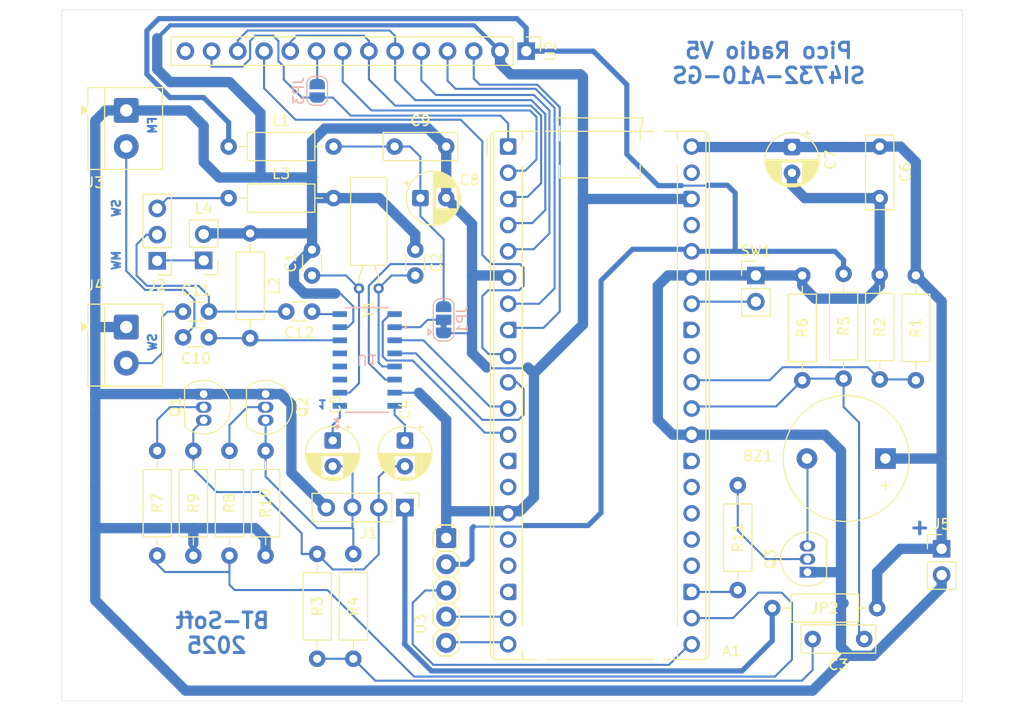
<source format=kicad_pcb>
(kicad_pcb (version 20241229) (generator "pcbnew") (generator_version "9.0")
  (title_block (title "Pico Radio 5"))
  (layers (0 "F.Cu" signal) (2 "B.Cu" signal) (13 "F.Paste" user) (15 "B.Paste" user) (5 "F.SilkS" user "F.Silkscreen") (7 "B.SilkS" user "B.Silkscreen") (1 "F.Mask" user) (3 "B.Mask" user) (25 "Edge.Cuts" user))
  (net 0 "")
  (net 1 "+3.3V")
  (net 2 "/DC")
  (net 3 "GND")
  (net 4 "+Vsys")
  (net 8 "/CS")
  (net 11 "/T_CS")
  (net 12 "ROT_SW")
  (net 14 "AD_FFT_AUDIO")
  (net 15 "Net-(A1-GPIO27_ADC1)")
  (net 16 "BUZZER")
  (net 17 "/RST")
  (net 18 "+Vbus")
  (net 19 "/SDI")
  (net 21 "/SCK")
  (net 22 "AUDIO_MUTE")
  (net 23 "Net-(A1-RUN)")
  (net 27 "ROT_DT")
  (net 28 "ROT_CLK")
  (net 29 "Net-(U1-GPO3{slash}DCLK)")
  (net 30 "Net-(U1-RCLK)")
  (net 31 "Net-(C3-Pad1)")
  (net 32 "Net-(U1-ROUT{slash}DOUT)")
  (net 33 "AUDIO_R")
  (net 34 "Net-(U1-LOUT{slash}DFS)")
  (net 35 "AUDIO_L")
  (net 36 "Net-(Q1-B)")
  (net 37 "Net-(Q2-B)")
  (net 39 "Net-(J3-Pin_2)")
  (net 43 "/SDO")
  (net 44 "Net-(U1-FMI)")
  (net 45 "Net-(J2-Pin_2)")
  (net 46 "Net-(J4-Pin_2)")
  (net 47 "Net-(U1-AMI)")
  (net 48 "Net-(J2-Pin_1)")
  (net 49 "Net-(J2-Pin_3)")
  (net 51 "Net-(JP1-C)")
  (net 52 "/Si_RST")
  (net 53 "/Si_SDA")
  (net 54 "/Si_SCL")
  (net 55 "Net-(JP1-B)")
  (net 56 "/LED")
  (net 58 "unconnected-(A1-GPIO22-Pad25)")
  (net 59 "Net-(J1-Pin_1)")
  (net 60 "Net-(BZ1--)")
  (net 61 "Net-(Q3-B)")
  (net 62 "Net-(JP3-A)")
  (footprint "MountingHole:MountingHole_3.2mm_M3" (layer "F.Cu") (at 32.25 43.75)
    (property "Reference" "REF**" (hide yes))
    (property "Value" "MountingHole_3.2mm_M3")
  )
  (footprint "Package_TO_SOT_THT:TO-92_Inline" (layer "F.Cu") (at 101 94.77 90)
    (property "Reference" "Q3")
    (property "Value" "PN2222A")
  )
  (footprint "Resistor_THT:R_Axial_DIN0207_L6.3mm_D2.5mm_P10.16mm_Horizontal" (layer "F.Cu") (at 55.08 53.5 180)
    (property "Reference" "L1")
    (property "Value" "220uH")
  )
  (footprint "Capacitor_THT:C_Disc_D7.0mm_W2.5mm_P5.00mm" (layer "F.Cu") (at 66 53.5 180)
    (property "Reference" "C9")
    (property "Value" "100nF")
  )
  (footprint "Capacitor_THT:CP_Radial_D5.0mm_P2.50mm" (layer "F.Cu") (at 63.5 58.5)
    (property "Reference" "C8")
    (property "Value" "4.7uF")
  )
  (footprint "Connector_PinHeader_2.54mm:PinHeader_1x02_P2.54mm_Vertical" (layer "F.Cu") (at 96 66)
    (property "Reference" "SW1")
    (property "Value" "Reset")
  )
  (footprint "Connector_PinHeader_2.54mm:PinHeader_1x03_P2.54mm_Vertical" (layer "F.Cu") (at 38 64.58 180)
    (property "Reference" "J2")
    (property "Value" "MW/SW antenna")
  )
  (footprint "Resistor_THT:R_Axial_DIN0207_L6.3mm_D2.5mm_P10.16mm_Horizontal" (layer "F.Cu") (at 53.5 93 -90)
    (property "Reference" "R3")
    (property "Value" "22k")
  )
  (footprint "Capacitor_THT:CP_Radial_D5.0mm_P2.50mm" (layer "F.Cu") (at 99.5 53.544888 -90)
    (property "Reference" "C7")
    (property "Value" "4.7uF")
  )
  (footprint "Resistor_THT:R_Axial_DIN0207_L6.3mm_D2.5mm_P10.16mm_Horizontal" (layer "F.Cu") (at 47 61.92 -90)
    (property "Reference" "L2")
    (property "Value" "220uH")
  )
  (footprint "Resistor_THT:R_Axial_DIN0207_L6.3mm_D2.5mm_P10.16mm_Horizontal" (layer "F.Cu") (at 57 93 -90)
    (property "Reference" "R4")
    (property "Value" "22k")
  )
  (footprint "Resistor_THT:R_Axial_DIN0207_L6.3mm_D2.5mm_P10.16mm_Horizontal" (layer "F.Cu") (at 97.59 98.25)
    (property "Reference" "JP2")
    (property "Value" "NYÁK átkötés")
  )
  (footprint "Resistor_THT:R_Axial_DIN0207_L6.3mm_D2.5mm_P10.16mm_Horizontal" (layer "F.Cu") (at 38 93.16 90)
    (property "Reference" "R7")
    (property "Value" "4.7k")
  )
  (footprint "Capacitor_THT:C_Disc_D3.0mm_W1.6mm_P2.50mm" (layer "F.Cu") (at 63 63.5 -90)
    (property "Reference" "C2")
    (property "Value" "22pF")
  )
  (footprint "Resistor_THT:R_Axial_DIN0207_L6.3mm_D2.5mm_P10.16mm_Horizontal" (layer "F.Cu") (at 48.5 93.16 90)
    (property "Reference" "R10")
    (property "Value" "4.7k")
  )
  (footprint "Capacitor_THT:C_Disc_D7.0mm_W2.5mm_P5.00mm" (layer "F.Cu") (at 108 53.5 -90)
    (property "Reference" "C6")
    (property "Value" "100nF")
  )
  (footprint "MountingHole:MountingHole_3.2mm_M3" (layer "F.Cu") (at 112.5 43.75)
    (property "Reference" "REF**" (hide yes))
    (property "Value" "MountingHole_3.2mm_M3")
  )
  (footprint "Connector_PinHeader_2.54mm:PinHeader_1x14_P2.54mm_Vertical" (layer "F.Cu") (at 73.75 44.25 -90)
    (property "Reference" "U2")
    (property "Value" "TFT_320x240")
  )
  (footprint "TerminalBlock_4Ucon:TerminalBlock_4Ucon_1x02_P3.50mm_Horizontal" (layer "F.Cu") (at 35 50 -90)
    (property "Reference" "J3")
    (property "Value" "FM antenna")
  )
  (footprint "Resistor_THT:R_Axial_DIN0207_L6.3mm_D2.5mm_P10.16mm_Horizontal" (layer "F.Cu") (at 94.25 96.5 90)
    (property "Reference" "R11")
    (property "Value" "4.7k")
  )
  (footprint "Resistor_THT:R_Axial_DIN0207_L6.3mm_D2.5mm_P10.16mm_Horizontal" (layer "F.Cu") (at 41.5 93.16 90)
    (property "Reference" "R9")
    (property "Value" "4.7k")
  )
  (footprint "Package_TO_SOT_THT:TO-92_Inline" (layer "F.Cu") (at 42.5 77.5 -90)
    (property "Reference" "Q1")
    (property "Value" "PN2222A")
  )
  (footprint "Connector_PinHeader_2.54mm:PinHeader_1x04_P2.54mm_Vertical" (layer "F.Cu") (at 62 88.5 -90)
    (property "Reference" "J1")
    (property "Value" "HF Amplifier")
  )
  (footprint "Crystal:Crystal_C38-LF_D3.0mm_L8.0mm_Horizontal" (layer "F.Cu") (at 59.45 67.255 180)
    (property "Reference" "Y1")
    (property "Value" "32.762kHz")
  )
  (footprint "Resistor_THT:R_Axial_DIN0207_L6.3mm_D2.5mm_P10.16mm_Horizontal" (layer "F.Cu") (at 45 93.16 90)
    (property "Reference" "R8")
    (property "Value" "4.7k")
  )
  (footprint "Connector_PinHeader_2.54mm:PinHeader_1x02_P2.54mm_Vertical" (layer "F.Cu") (at 114 92.5)
    (property "Reference" "J5")
    (property "Value" "Batterry")
  )
  (footprint "Capacitor_THT:C_Disc_D3.0mm_W1.6mm_P2.50mm" (layer "F.Cu") (at 53 69.5 180)
    (property "Reference" "C12")
    (property "Value" "1nF")
  )
  (footprint "MountingHole:MountingHole_3.2mm_M3" (layer "F.Cu") (at 32.25 103.75)
    (property "Reference" "REF**" (hide yes))
    (property "Value" "MountingHole_3.2mm_M3")
  )
  (footprint "Connector_PinHeader_2.54mm:PinHeader_1x02_P2.54mm_Vertical" (layer "F.Cu") (at 42.5 64.54 180)
    (property "Reference" "L4")
    (property "Value" "30uH (MW Ferrite antenna)")
  )
  (footprint "MountingHole:MountingHole_3.2mm_M3" (layer "F.Cu") (at 112.5 103.75)
    (property "Reference" "REF**" (hide yes))
    (property "Value" "MountingHole_3.2mm_M3")
  )
  (footprint "Resistor_THT:R_Axial_DIN0207_L6.3mm_D2.5mm_P10.16mm_Horizontal" (layer "F.Cu") (at 104.5 76 90)
    (property "Reference" "R5")
    (property "Value" "10k")
  )
  (footprint "Resistor_THT:R_Axial_DIN0207_L6.3mm_D2.5mm_P10.16mm_Horizontal" (layer "F.Cu") (at 44.92 58.5)
    (property "Reference" "L3")
    (property "Value" "47uH")
  )
  (footprint "TerminalBlock_4Ucon:TerminalBlock_4Ucon_1x02_P3.50mm_Horizontal" (layer "F.Cu") (at 35 71 -90)
    (property "Reference" "J4")
    (property "Value" "SW antenna")
  )
  (footprint "Package_TO_SOT_THT:TO-92_Inline" (layer "F.Cu") (at 48.5 77.5 -90)
    (property "Reference" "Q2")
    (property "Value" "PN2222A")
  )
  (footprint "Resistor_THT:R_Axial_DIN0207_L6.3mm_D2.5mm_P10.16mm_Horizontal" (layer "F.Cu") (at 100.5 66 -90)
    (property "Reference" "R6")
    (property "Value" "10k")
  )
  (footprint "Capacitor_THT:CP_Radial_D5.0mm_P2.50mm" (layer "F.Cu") (at 55 82 -90)
    (property "Reference" "C5")
    (property "Value" "4.7uF")
  )
  (footprint "Capacitor_THT:C_Disc_D3.0mm_W1.6mm_P2.50mm" (layer "F.Cu") (at 53 66 90)
    (property "Reference" "C1")
    (property "Value" "22pF")
  )
  (footprint "Rotary_Encoder:KY-040-PORT" (layer "F.Cu") (at 66 95.27 90)
    (property "Reference" "U3")
    (property "Value" "KY-040")
  )
  (footprint "Resistor_THT:R_Axial_DIN0207_L6.3mm_D2.5mm_P10.16mm_Horizontal" (layer "F.Cu") (at 111.5 66 -90)
    (property "Reference" "R1")
    (property "Value" "10k")
  )
  (footprint "Module:RaspberryPi_Pico_Common_THT-simple" (layer "F.Cu") (at 72 53.5)
    (property "Reference" "A1")
    (property "Value" "RaspberryPi_Pico - purple")
  )
  (footprint "Capacitor_THT:C_Disc_D3.0mm_W1.6mm_P2.50mm" (layer "F.Cu") (at 40.5 69.5)
    (property "Reference" "C11")
    (property "Value" "1nF")
  )
  (footprint "Buzzer_Beeper:Buzzer_12x9.5RM7.6" (layer "F.Cu") (at 108.55 83.75 180)
    (property "Reference" "BZ1")
    (property "Value" "Buzzer")
  )
  (footprint "Capacitor_THT:CP_Radial_D5.0mm_P2.50mm" (layer "F.Cu") (at 62 82 -90)
    (property "Reference" "C4")
    (property "Value" "4.7uF")
  )
  (footprint "Capacitor_THT:C_Disc_D7.0mm_W2.5mm_P5.00mm" (layer "F.Cu") (at 101.5 101.25)
    (property "Reference" "C3")
    (property "Value" "100nF")
  )
  (footprint "Capacitor_THT:C_Disc_D3.0mm_W1.6mm_P2.50mm" (layer "F.Cu") (at 43 72 180)
    (property "Reference" "C10")
    (property "Value" "33pF")
  )
  (footprint "Resistor_THT:R_Axial_DIN0207_L6.3mm_D2.5mm_P10.16mm_Horizontal" (layer "F.Cu") (at 108 76.08 90)
    (property "Reference" "R2")
    (property "Value" "15k")
  )
  (footprint "Package_SO:SOIC_A10-GS_SIL" (layer "B.Cu") (at 58.3457 74.19)
    (property "Reference" "U1")
    (property "Value" "SI4732-A10-GS")
  )
  (footprint "Jumper:SolderJumper-3_P1.3mm_Bridged12_RoundedPad1.0x1.5mm" (layer "B.Cu") (at 65.75 70.3 90)
    (property "Reference" "JP1")
    (property "Value" "Si4732 I2C Address")
  )
  (footprint "Jumper:SolderJumper-2_P1.3mm_Open_RoundedPad1.0x1.5mm" (layer "B.Cu") (at 53.5 48.1 -90)
    (property "Reference" "JP3")
    (property "Value" "TFT SDO")
  )
  (gr_line (start 28.75 40.25) (end 114.25 40.25) (stroke (width 0.05)) (layer "Edge.Cuts"))
  (gr_line (start 116 107.25) (end 116 40.25) (stroke (width 0.05)) (layer "Edge.Cuts"))
  (gr_line (start 116 107.25) (end 28.75 107.25) (stroke (width 0.05)) (layer "Edge.Cuts"))
  (gr_line (start 28.75 44) (end 28.75 40.25) (stroke (width 0.05)) (layer "Edge.Cuts"))
  (gr_line (start 28.75 107.25) (end 28.75 44) (stroke (width 0.05)) (layer "Edge.Cuts"))
  (gr_line (start 114.25 40.25) (end 116 40.25) (stroke (width 0.05)) (layer "Edge.Cuts"))
  (gr_text "SW" (at 38 71.5 90) (layer "B.Cu") (effects (font (size 0.8 0.8) (thickness 0.2) (bold yes)) (justify left bottom mirror)))
  (gr_text "SW" (at 34.5 58.5 90) (layer "B.Cu") (effects (font (size 0.8 0.8) (thickness 0.2) (bold yes)) (justify left bottom mirror)))
  (gr_text "BT-Soft \n2025" (at 43.75 102.75 0) (layer "B.Cu") (effects (font (size 1.5 1.5) (thickness 0.3) (bold yes)) (justify bottom mirror)))
  (gr_text "Pico Radio V5\nSI4732-A10-GS" (at 97.25 47.5 0) (layer "B.Cu") (effects (font (size 1.5 1.5) (thickness 0.3) (bold yes)) (justify bottom mirror)))
  (gr_text "+" (at 113 91.25 0) (layer "B.Cu") (effects (font (size 1.5 1.5) (thickness 0.3) (bold yes)) (justify left bottom mirror)))
  (gr_text "MW" (at 34.5 63.5 90) (layer "B.Cu") (effects (font (size 0.8 0.8) (thickness 0.2) (bold yes)) (justify left bottom mirror)))
  (gr_text "1" (at 53.5 78 180) (layer "B.Cu") (effects (font (size 0.8 0.8) (thickness 0.2) (bold yes)) (justify left bottom mirror)))
  (gr_text "FM" (at 38 50.5 90) (layer "B.Cu") (effects (font (size 0.8 0.8) (thickness 0.2) (bold yes)) (justify left bottom mirror)))
  (segment (start 89.78 63.66) (end 103.66 63.66) (width 0.5) (layer "B.Cu") (net 1))
  (segment (start 73.75 42) (end 72.849 41.099) (width 0.5) (layer "B.Cu") (net 1))
  (segment (start 81 66.5) (end 84.04 63.46) (width 0.5) (layer "B.Cu") (net 1))
  (segment (start 68.5 90.5) (end 68.5 93.5) (width 0.5) (layer "B.Cu") (net 1))
  (segment (start 72.849 41.099) (end 38.151 41.099) (width 0.5) (layer "B.Cu") (net 1))
  (segment (start 73.75 44.25) (end 73.75 42) (width 0.5) (layer "B.Cu") (net 1))
  (segment (start 104.5 64.5) (end 104.5 65.84) (width 0.5) (layer "B.Cu") (net 1))
  (segment (start 94 63.46) (end 94 58) (width 0.5) (layer "B.Cu") (net 1))
  (segment (start 68.651 90.349) (end 73.453 90.349) (width 0.2) (layer "B.Cu") (net 1))
  (segment (start 86.541 57.291) (end 83.5 54.25) (width 0.5) (layer "B.Cu") (net 1))
  (segment (start 84.04 63.46) (end 89.78 63.46) (width 0.5) (layer "B.Cu") (net 1))
  (segment (start 73.552 90.25) (end 79.75 90.25) (width 0.5) (layer "B.Cu") (net 1))
  (segment (start 68.5 93.5) (end 68 94) (width 0.5) (layer "B.Cu") (net 1))
  (segment (start 83.5 54.25) (end 83.5 47.5) (width 0.5) (layer "B.Cu") (net 1))
  (segment (start 79.75 90.25) (end 81 89) (width 0.5) (layer "B.Cu") (net 1))
  (segment (start 42.5 48.75) (end 44.92 51.17) (width 0.5) (layer "B.Cu") (net 1))
  (segment (start 44.92 51.17) (end 44.92 53.5) (width 0.5) (layer "B.Cu") (net 1))
  (segment (start 37 46.5) (end 39.25 48.75) (width 0.5) (layer "B.Cu") (net 1))
  (segment (start 68 94) (end 66 94) (width 0.5) (layer "B.Cu") (net 1))
  (segment (start 38.151 41.099) (end 37 42.25) (width 0.5) (layer "B.Cu") (net 1))
  (segment (start 103.66 63.66) (end 104.5 64.5) (width 0.5) (layer "B.Cu") (net 1))
  (segment (start 94 58) (end 93.25 57.25) (width 0.5) (layer "B.Cu") (net 1))
  (segment (start 39.25 48.75) (end 42.5 48.75) (width 0.5) (layer "B.Cu") (net 1))
  (segment (start 73.453 90.349) (end 73.552 90.25) (width 0.2) (layer "B.Cu") (net 1))
  (segment (start 91.332 57.25) (end 91.291 57.291) (width 0.5) (layer "B.Cu") (net 1))
  (segment (start 93.25 57.25) (end 91.332 57.25) (width 0.5) (layer "B.Cu") (net 1))
  (segment (start 80.25 44.25) (end 73.75 44.25) (width 0.5) (layer "B.Cu") (net 1))
  (segment (start 81 89) (end 81 66.5) (width 0.5) (layer "B.Cu") (net 1))
  (segment (start 68.5 90.5) (end 68.651 90.349) (width 0.5) (layer "B.Cu") (net 1))
  (segment (start 83.5 47.5) (end 80.25 44.25) (width 0.5) (layer "B.Cu") (net 1))
  (segment (start 88.791 57.291) (end 91.291 57.291) (width 0.2) (layer "B.Cu") (net 1))
  (segment (start 37 42.25) (end 37 46.5) (width 0.5) (layer "B.Cu") (net 1))
  (segment (start 88.791 57.291) (end 86.541 57.291) (width 0.5) (layer "B.Cu") (net 1))
  (segment (start 74.46 63.46) (end 76 61.92) (width 0.2) (layer "B.Cu") (net 2))
  (segment (start 74.5 48.5) (end 65 48.5) (width 0.2) (layer "B.Cu") (net 2))
  (segment (start 76 50) (end 74.5 48.5) (width 0.2) (layer "B.Cu") (net 2))
  (segment (start 76 61.92) (end 76 50) (width 0.2) (layer "B.Cu") (net 2))
  (segment (start 63.59 47.09) (end 63.59 44.25) (width 0.2) (layer "B.Cu") (net 2))
  (segment (start 72 63.46) (end 74.46 63.46) (width 0.2) (layer "B.Cu") (net 2))
  (segment (start 65 48.5) (end 63.59 47.09) (width 0.2) (layer "B.Cu") (net 2))
  (segment (start 71.462065 65.741) (end 71.420065 65.699) (width 0.2) (layer "F.Cu") (net 3))
  (segment (start 79.25 70.75) (end 79.25 58.5) (width 1) (layer "B.Cu") (net 3))
  (segment (start 73.14 88.86) (end 74.5 87.5) (width 1) (layer "B.Cu") (net 3))
  (segment (start 72.25 46.5) (end 79 46.5) (width 1) (layer "B.Cu") (net 3))
  (segment (start 48.5 93.16) (end 48.5 91.5) (width 1) (layer "B.Cu") (net 3))
  (segment (start 41.5 92) (end 41.5 93.16) (width 0.2) (layer "B.Cu") (net 3))
  (segment (start 32 90.5) (end 32 97.5) (width 1) (layer "B.Cu") (net 3))
  (segment (start 101.5 106.25) (end 104.5 103.25) (width 1) (layer "B.Cu") (net 3))
  (segment (start 40.75 106.25) (end 101.5 106.25) (width 1) (layer "B.Cu") (net 3))
  (segment (start 71.01 44.45) (end 71.21 44.25) (width 1) (layer "B.Cu") (net 3))
  (segment (start 52.25 67.75) (end 51.25 66.75) (width 1) (layer "B.Cu") (net 3))
  (segment (start 108 67) (end 108 65.92) (width 1) (layer "B.Cu") (net 3))
  (segment (start 72 88.86) (end 66.14 88.86) (width 1) (layer "B.Cu") (net 3))
  (segment (start 104.25 94.77) (end 101 94.77) (width 1) (layer "B.Cu") (net 3))
  (segment (start 32 79.5) (end 32 86.5) (width 1) (layer "B.Cu") (net 3))
  (segment (start 114 95.04) (end 114 96.242081) (width 1) (layer "B.Cu") (net 3))
  (segment (start 74.5 75.5) (end 79.25 70.75) (width 1) (layer "B.Cu") (net 3))
  (segment (start 72 66) (end 68.5 66) (width 1) (layer "B.Cu") (net 3))
  (segment (start 66 80) (end 63.365 77.365) (width 1) (layer "B.Cu") (net 3))
  (segment (start 66 83.899) (end 66 80) (width 1) (layer "B.Cu") (net 3))
  (segment (start 65.75 71.6) (end 68.4 71.6) (width 0.2) (layer "B.Cu") (net 3))
  (segment (start 51 78.5) (end 51 85.12) (width 1) (layer "B.Cu") (net 3))
  (segment (start 51.25 65.25) (end 53 63.5) (width 1) (layer "B.Cu") (net 3))
  (segment (start 53 56.5) (end 53 53) (width 1) (layer "B.Cu") (net 3))
  (segment (start 55.6914 71.015) (end 56.485 71.015) (width 0.2) (layer "B.Cu") (net 3))
  (segment (start 63.365 77.365) (end 61 77.365) (width 0.2) (layer "B.Cu") (net 3))
  (segment (start 72.25 46.5) (end 71.21 45.46) (width 1) (layer "B.Cu") (net 3))
  (segment (start 42.5 77.5) (end 32 77.5) (width 1) (layer "B.Cu") (net 3))
  (segment (start 53 63.5) (end 53 58.5) (width 1) (layer "B.Cu") (net 3))
  (segment (start 57 69) (end 55.5 67.5) (width 0.2) (layer "B.Cu") (net 3))
  (segment (start 79.25 58.5) (end 79.25 46.75) (width 1) (layer "B.Cu") (net 3))
  (segment (start 69.921 74.921) (end 70 75) (width 0.2) (layer "B.Cu") (net 3))
  (segment (start 63 62) (end 59.5 58.5) (width 1) (layer "B.Cu") (net 3))
  (segment (start 99.5 57.25) (end 99.5 56.044888) (width 1) (layer "B.Cu") (net 3))
  (segment (start 68.4 71.6) (end 68.5 71.5) (width 0.2) (layer "B.Cu") (net 3))
  (segment (start 63 63.5) (end 63 62) (width 1) (layer "B.Cu") (net 3))
  (segment (start 41.5 90.5) (end 32 90.5) (width 1) (layer "B.Cu") (net 3))
  (segment (start 108 65.92) (end 108 58.5) (width 1) (layer "B.Cu") (net 3))
  (segment (start 104.25 94.77) (end 104.25 83) (width 1) (layer "B.Cu") (net 3))
  (segment (start 74.5 87.5) (end 74.5 75.5) (width 1) (layer "B.Cu") (net 3))
  (segment (start 72 88.86) (end 73.14 88.86) (width 1) (layer "B.Cu") (net 3))
  (segment (start 47 61.92) (end 52.92 61.92) (width 1) (layer "B.Cu") (net 3))
  (segment (start 47 56.5) (end 48 56.5) (width 1) (layer "B.Cu") (net 3))
  (segment (start 45 47.25) (end 48 50.25) (width 1) (layer "B.Cu") (net 3))
  (segment (start 47.5 90.5) (end 41.5 90.5) (width 1) (layer "B.Cu") (net 3))
  (segment (start 79 46.5) (end 79.25 46.75) (width 1) (layer "B.Cu") (net 3))
  (segment (start 96 66) (end 87.5 66) (width 1) (layer "B.Cu") (net 3))
  (segment (start 32 71) (end 35 71) (width 1) (layer "B.Cu") (net 3))
  (segment (start 68.5 71.5) (end 68.5 73.5) (width 1) (layer "B.Cu") (net 3))
  (segment (start 100.5 67) (end 101.75 68.25) (width 1) (layer "B.Cu") (net 3))
  (segment (start 104.5 103.25) (end 105 102.75) (width 1) (layer "B.Cu") (net 3))
  (segment (start 106.75 68.25) (end 108 67) (width 1) (layer "B.Cu") (net 3))
  (segment (start 107.367081 102.875) (end 104.875 102.875) (width 1) (layer "B.Cu") (net 3))
  (segment (start 48.5 91.5) (end 47.5 90.5) (width 1) (layer "B.Cu") (net 3))
  (segment (start 68.5 73.5) (end 69.921 74.921) (width 1) (layer "B.Cu") (net 3))
  (segment (start 32 90.5) (end 32 86.5) (width 1) (layer "B.Cu") (net 3))
  (segment (start 68.5 66) (end 68.5 71.5) (width 1) (layer "B.Cu") (net 3))
  (segment (start 47 61.92) (end 42.58 61.92) (width 1) (layer "B.Cu") (net 3))
  (segment (start 35.5 50) (end 41 50) (width 1) (layer "B.Cu") (net 3))
  (segment (start 87.94 81.44) (end 89.78 81.44) (width 1) (layer "B.Cu") (net 3))
  (segment (start 54.25 51.75) (end 64.25 51.75) (width 1) (layer "B.Cu") (net 3))
  (segment (start 100.75 58.5) (end 99.5 57.25) (width 1) (layer "B.Cu") (net 3))
  (segment (start 42.5 51.5) (end 42.5 55) (width 1) (layer "B.Cu") (net 3))
  (segment (start 39.25 41.75) (end 38 43) (width 0.4) (layer "B.Cu") (net 3))
  (segment (start 101.75 68.25) (end 106.75 68.25) (width 1) (layer "B.Cu") (net 3))
  (segment (start 48 50.25) (end 48 56.5) (width 1) (layer "B.Cu") (net 3))
  (segment (start 53 62) (end 53 63.5) (width 0.2) (layer "B.Cu") (net 3))
  (segment (start 79.33 58.58) (end 89.78 58.58) (width 1) (layer "B.Cu") (net 3))
  (segment (start 73.921 74.921) (end 74.5 75.5) (width 1) (layer "B.Cu") (net 3))
  (segment (start 100.5 66) (end 100.5 67) (width 1) (layer "B.Cu") (net 3))
  (segment (start 108 58.5) (end 100.75 58.5) (width 1) (layer "B.Cu") (net 3))
  (segment (start 38 43) (end 38 46) (width 1) (layer "B.Cu") (net 3))
  (segment (start 57 70.5) (end 57 69) (width 0.2) (layer "B.Cu") (net 3))
  (segment (start 42.58 61.92) (end 42.5 62) (width 0.2) (layer "B.Cu") (net 3))
  (segment (start 64.25 51.75) (end 66 53.5) (width 1) (layer "B.Cu") (net 3))
  (segment (start 66 89) (end 66 91.46) (width 1) (layer "B.Cu") (net 3))
  (segment (start 104.5 97.77) (end 104.25 98.02) (width 1) (layer "B.Cu") (net 3))
  (segment (start 41 50) (end 42.5 51.5) (width 1) (layer "B.Cu") (net 3))
  (segment (start 48 56.5) (end 53 56.5) (width 1) (layer "B.Cu") (net 3))
  (segment (start 89.78 81.44) (end 102.69 81.44) (width 1) (layer "B.Cu") (net 3))
  (segment (start 86.5 67) (end 86.5 80) (width 1) (layer "B.Cu") (net 3))
  (segment (start 55.25 67.75) (end 52.25 67.75) (width 1) (layer "B.Cu") (net 3))
  (segment (start 51.25 66.75) (end 51.25 65.25) (width 1) (layer "B.Cu") (net 3))
  (segment (start 32 79.5) (end 32 77.5) (width 1) (layer "B.Cu") (net 3))
  (segment (start 50 77.5) (end 51 78.5) (width 1) (layer "B.Cu") (net 3))
  (segment (start 32 51) (end 33 50) (width 1) (layer "B.Cu") (net 3))
  (segment (start 114 96.242081) (end 107.367081 102.875) (width 1) (layer "B.Cu") (net 3))
  (segment (start 48.5 77.5) (end 42.5 77.5) (width 1) (layer "B.Cu") (net 3))
  (segment (start 104.25 83) (end 102.69 81.44) (width 1) (layer "B.Cu") (net 3))
  (segment (start 66.14 88.86) (end 66 89) (width 0.2) (layer "B.Cu") (net 3))
  (segment (start 86.5 80) (end 87.94 81.44) (width 1) (layer "B.Cu") (net 3))
  (segment (start 55.08 58.5) (end 53 58.5) (width 1) (layer "B.Cu") (net 3))
  (segment (start 68.71 41.75) (end 39.25 41.75) (width 0.4) (layer "B.Cu") (net 3))
  (segment (start 104.25 102) (end 104.25 98.02) (width 1) (layer "B.Cu") (net 3))
  (segment (start 71.21 45.46) (end 71.21 44.25) (width 1) (layer "B.Cu") (net 3))
  (segment (start 53 58.5) (end 53 56.5) (width 1) (layer "B.Cu") (net 3))
  (segment (start 39.25 47.25) (end 45 47.25) (width 1) (layer "B.Cu") (net 3))
  (segment (start 56.485 71.015) (end 57 70.5) (width 0.2) (layer "B.Cu") (net 3))
  (segment (start 68.5 61) (end 68.5 66) (width 1) (layer "B.Cu") (net 3))
  (segment (start 32 97.5) (end 40.75 106.25) (width 1) (layer "B.Cu") (net 3))
  (segment (start 51 85.12) (end 54.38 88.5) (width 1) (layer "B.Cu") (net 3))
  (segment (start 104.5 103.25) (end 104.875 102.875) (width 1) (layer "B.Cu") (net 3))
  (segment (start 79.25 58.5) (end 79.33 58.58) (width 1) (layer "B.Cu") (net 3))
  (segment (start 32 71) (end 32 51) (width 1) (layer "B.Cu") (net 3))
  (segment (start 38 46) (end 39.25 47.25) (width 1) (layer "B.Cu") (net 3))
  (segment (start 66 53.5) (end 66 58.5) (width 1) (layer "B.Cu") (net 3))
  (segment (start 71.21 44.25) (end 68.71 41.75) (width 0.4) (layer "B.Cu") (net 3))
  (segment (start 52.92 61.92) (end 53 62) (width 0.2) (layer "B.Cu") (net 3))
  (segment (start 59.5 58.5) (end 55.08 58.5) (width 1) (layer "B.Cu") (net 3))
  (segment (start 70 75) (end 73.842 75) (width 0.2) (layer "B.Cu") (net 3))
  (segment (start 105 102.75) (end 104.25 102) (width 1) (layer "B.Cu") (net 3))
  (segment (start 53 53) (end 54.25 51.75) (width 1) (layer "B.Cu") (net 3))
  (segment (start 87.5 66) (end 86.5 67) (width 1) (layer "B.Cu") (net 3))
  (segment (start 33 50) (end 35 50) (width 1) (layer "B.Cu") (net 3))
  (segment (start 66 84) (end 66 89) (width 1) (layer "B.Cu") (net 3))
  (segment (start 44 56.5) (end 47 56.5) (width 1) (layer "B.Cu") (net 3))
  (segment (start 66 58.5) (end 68.5 61) (width 1) (layer "B.Cu") (net 3))
  (segment (start 41.5 92) (end 41.5 90.5) (width 1) (layer "B.Cu") (net 3))
  (segment (start 73.842 75) (end 73.921 74.921) (width 0.2) (layer "B.Cu") (net 3))
  (segment (start 108 58) (end 107.5 58) (width 0.2) (layer "B.Cu") (net 3))
  (segment (start 96 66) (end 100.5 66) (width 1) (layer "B.Cu") (net 3))
  (segment (start 104.25 98.02) (end 104.25 94.77) (width 1) (layer "B.Cu") (net 3))
  (segment (start 48.5 77.5) (end 50 77.5) (width 1) (layer "B.Cu") (net 3))
  (segment (start 42.5 55) (end 44 56.5) (width 1) (layer "B.Cu") (net 3))
  (segment (start 32 77.5) (end 32 71) (width 1) (layer "B.Cu") (net 3))
  (segment (start 77 69.5) (end 77 49.6829) (width 0.2) (layer "B.Cu") (net 8))
  (segment (start 75.42 71.08) (end 77 69.5) (width 0.2) (layer "B.Cu") (net 8))
  (segment (start 68.67 46.92) (end 68.67 44.25) (width 0.2) (layer "B.Cu") (net 8))
  (segment (start 77 49.6829) (end 74.8171 47.5) (width 0.2) (layer "B.Cu") (net 8))
  (segment (start 72 71.08) (end 75.42 71.08) (width 0.2) (layer "B.Cu") (net 8))
  (segment (start 74.8171 47.5) (end 69.25 47.5) (width 0.2) (layer "B.Cu") (net 8))
  (segment (start 69.25 47.5) (end 68.67 46.92) (width 0.2) (layer "B.Cu") (net 8))
  (segment (start 69.5 68) (end 70.061 67.439) (width 0.2) (layer "B.Cu") (net 11))
  (segment (start 51.401 50.901) (end 48.35 47.85) (width 0.2) (layer "B.Cu") (net 11))
  (segment (start 70.12 73.62) (end 69.5 73) (width 0.2) (layer "B.Cu") (net 11))
  (segment (start 73.149 64.899) (end 70.399 64.899) (width 0.2) (layer "B.Cu") (net 11))
  (segment (start 48.35 47.85) (end 48.35 44.25) (width 0.2) (layer "B.Cu") (net 11))
  (segment (start 73.061 67.439) (end 73.5 67) (width 0.2) (layer "B.Cu") (net 11))
  (segment (start 70.061 67.439) (end 73.061 67.439) (width 0.2) (layer "B.Cu") (net 11))
  (segment (start 67.401 50.901) (end 51.401 50.901) (width 0.2) (layer "B.Cu") (net 11))
  (segment (start 72 73.62) (end 70.12 73.62) (width 0.2) (layer "B.Cu") (net 11))
  (segment (start 69.5 73) (end 69.5 68) (width 0.2) (layer "B.Cu") (net 11))
  (segment (start 69.5 53) (end 67.401 50.901) (width 0.2) (layer "B.Cu") (net 11))
  (segment (start 70.399 64.899) (end 69.5 64) (width 0.2) (layer "B.Cu") (net 11))
  (segment (start 73.5 65.25) (end 73.149 64.899) (width 0.2) (layer "B.Cu") (net 11))
  (segment (start 73.5 67) (end 73.5 65.25) (width 0.2) (layer "B.Cu") (net 11))
  (segment (start 69.5 64) (end 69.5 53) (width 0.2) (layer "B.Cu") (net 11))
  (segment (start 66 96.54) (end 63.96 96.54) (width 0.2) (layer "B.Cu") (net 12))
  (segment (start 63.96 96.54) (end 62.75 97.75) (width 0.2) (layer "B.Cu") (net 12))
  (segment (start 62.75 97.75) (end 62.75 101.75) (width 0.2) (layer "B.Cu") (net 12))
  (segment (start 64.75 103.75) (end 87.59 103.75) (width 0.2) (layer "B.Cu") (net 12))
  (segment (start 87.59 103.75) (end 89.78 101.56) (width 0.2) (layer "B.Cu") (net 12))
  (segment (start 62.75 101.75) (end 64.75 103.75) (width 0.2) (layer "B.Cu") (net 12))
  (segment (start 106 100.75) (end 106 80.25) (width 0.2) (layer "B.Cu") (net 14))
  (segment (start 105 76) (end 104.5 76) (width 0.2) (layer "B.Cu") (net 14))
  (segment (start 106.5 101.25) (end 106 100.75) (width 0.2) (layer "B.Cu") (net 14))
  (segment (start 100.66 76) (end 100.5 76.16) (width 0.2) (layer "B.Cu") (net 14))
  (segment (start 106 80.25) (end 104.5 78.75) (width 0.2) (layer "B.Cu") (net 14))
  (segment (start 97.96 78.7) (end 100.5 76.16) (width 0.2) (layer "B.Cu") (net 14))
  (segment (start 104.5 76) (end 100.66 76) (width 0.2) (layer "B.Cu") (net 14))
  (segment (start 104.5 78.75) (end 104.5 76) (width 0.2) (layer "B.Cu") (net 14))
  (segment (start 89.78 78.7) (end 97.96 78.7) (width 0.2) (layer "B.Cu") (net 14))
  (segment (start 97.34 76.16) (end 98.601 74.899) (width 0.2) (layer "B.Cu") (net 15))
  (segment (start 89.78 76.16) (end 97.34 76.16) (width 0.2) (layer "B.Cu") (net 15))
  (segment (start 106.819 74.899) (end 108 76.08) (width 0.2) (layer "B.Cu") (net 15))
  (segment (start 108 76.08) (end 111.42 76.08) (width 0.2) (layer "B.Cu") (net 15))
  (segment (start 98.601 74.899) (end 106.819 74.899) (width 0.2) (layer "B.Cu") (net 15))
  (segment (start 111.42 76.08) (end 111.5 76.16) (width 0.2) (layer "B.Cu") (net 15))
  (segment (start 89.8 96.5) (end 89.78 96.48) (width 0.2) (layer "B.Cu") (net 16))
  (segment (start 94.07 96.68) (end 94.25 96.5) (width 0.2) (layer "B.Cu") (net 16))
  (segment (start 89.78 96.68) (end 94.07 96.68) (width 0.2) (layer "B.Cu") (net 16))
  (segment (start 76.5 67.25) (end 76.5 49.75) (width 0.2) (layer "B.Cu") (net 17))
  (segment (start 74.99 68.74) (end 75 68.75) (width 0.2) (layer "B.Cu") (net 17))
  (segment (start 76.5 49.75) (end 74.651 47.901) (width 0.2) (layer "B.Cu") (net 17))
  (segment (start 72 68.74) (end 74.99 68.74) (width 0.2) (layer "B.Cu") (net 17))
  (segment (start 75 68.75) (end 76.5 67.25) (width 0.2) (layer "B.Cu") (net 17))
  (segment (start 66.901 47.901) (end 66.13 47.13) (width 0.2) (layer "B.Cu") (net 17))
  (segment (start 74.651 47.901) (end 66.901 47.901) (width 0.2) (layer "B.Cu") (net 17))
  (segment (start 66.13 47.13) (end 66.13 44.25) (width 0.2) (layer "B.Cu") (net 17))
  (segment (start 99.5 53.544888) (end 107.955112 53.544888) (width 1) (layer "B.Cu") (net 18))
  (segment (start 107.75 94.75) (end 107.75 98.25) (width 1) (layer "B.Cu") (net 18))
  (segment (start 108 53.5) (end 110 53.5) (width 1) (layer "B.Cu") (net 18))
  (segment (start 114 68.5) (end 111.5 66) (width 1) (layer "B.Cu") (net 18))
  (segment (start 99.5 53.544888) (end 89.824888 53.544888) (width 1) (layer "B.Cu") (net 18))
  (segment (start 114 68.5) (end 114 83.75) (width 1) (layer "B.Cu") (net 18))
  (segment (start 114 92.5) (end 110 92.5) (width 1) (layer "B.Cu") (net 18))
  (segment (start 110 92.5) (end 107.75 94.75) (width 1) (layer "B.Cu") (net 18))
  (segment (start 89.824888 53.544888) (end 89.78 53.5) (width 0.2) (layer "B.Cu") (net 18))
  (segment (start 114 83.75) (end 114 92.5) (width 1) (layer "B.Cu") (net 18))
  (segment (start 107.955112 53.544888) (end 108 53.5) (width 0.2) (layer "B.Cu") (net 18))
  (segment (start 111.5 66) (end 111.5 55) (width 1) (layer "B.Cu") (net 18))
  (segment (start 114 83.75) (end 108.55 83.75) (width 1) (layer "B.Cu") (net 18))
  (segment (start 110 53.5) (end 111.5 55) (width 1) (layer "B.Cu") (net 18))
  (segment (start 74.25 49) (end 75.599 50.349) (width 0.2) (layer "B.Cu") (net 19))
  (segment (start 61.05 47.05) (end 63 49) (width 0.2) (layer "B.Cu") (net 19))
  (segment (start 75.599 59.651) (end 74.33 60.92) (width 0.2) (layer "B.Cu") (net 19))
  (segment (start 60.51 42.25) (end 46.76 42.25) (width 0.2) (layer "B.Cu") (net 19))
  (segment (start 46.76 42.25) (end 45.81 43.2) (width 0.2) (layer "B.Cu") (net 19))
  (segment (start 61.05 42.79) (end 60.51 42.25) (width 0.2) (layer "B.Cu") (net 19))
  (segment (start 74.33 60.92) (end 72 60.92) (width 0.2) (layer "B.Cu") (net 19))
  (segment (start 75.599 50.349) (end 75.599 59.651) (width 0.2) (layer "B.Cu") (net 19))
  (segment (start 45.81 43.2) (end 45.81 44.25) (width 0.2) (layer "B.Cu") (net 19))
  (segment (start 61.05 44.25) (end 61.05 47.05) (width 0.2) (layer "B.Cu") (net 19))
  (segment (start 63 49) (end 74.25 49) (width 0.2) (layer "B.Cu") (net 19))
  (segment (start 61.05 44.25) (end 61.05 42.79) (width 0.2) (layer "B.Cu") (net 19))
  (segment (start 50.89 43.37) (end 50.89 44.25) (width 0.2) (layer "B.Cu") (net 21))
  (segment (start 58.51 43.25) (end 58.01 42.75) (width 0.2) (layer "B.Cu") (net 21))
  (segment (start 75.198 50.5151) (end 74.21645 49.53355) (width 0.2) (layer "B.Cu") (net 21))
  (segment (start 72 58.38) (end 73.87 58.38) (width 0.2) (layer "B.Cu") (net 21))
  (segment (start 75.198 57.052) (end 75.198 50.5151) (width 0.2) (layer "B.Cu") (net 21))
  (segment (start 51.51 42.75) (end 50.89 43.37) (width 0.2) (layer "B.Cu") (net 21))
  (segment (start 74.21645 49.53355) (end 61.05355 49.53355) (width 0.2) (layer "B.Cu") (net 21))
  (segment (start 73.87 58.38) (end 75.198 57.052) (width 0.2) (layer "B.Cu") (net 21))
  (segment (start 58.01 42.75) (end 51.51 42.75) (width 0.2) (layer "B.Cu") (net 21))
  (segment (start 61.05355 49.53355) (end 58.51 46.99) (width 0.2) (layer "B.Cu") (net 21))
  (segment (start 58.51 44.25) (end 58.51 43.25) (width 0.2) (layer "B.Cu") (net 21))
  (segment (start 58.51 46.99) (end 58.51 44.25) (width 0.2) (layer "B.Cu") (net 21))
  (segment (start 38 94) (end 38.75 94.75) (width 0.2) (layer "B.Cu") (net 22))
  (segment (start 54.5 96.5) (end 62.887 104.887) (width 0.2) (layer "B.Cu") (net 22))
  (segment (start 99.5 97.75) (end 98.5 96.75) (width 0.2) (layer "B.Cu") (net 22))
  (segment (start 45.5 96.5) (end 54.5 96.5) (width 0.2) (layer "B.Cu") (net 22))
  (segment (start 93.78 99.22) (end 89.78 99.22) (width 0.2) (layer "B.Cu") (net 22))
  (segment (start 38.75 94.75) (end 45 94.75) (width 0.2) (layer "B.Cu") (net 22))
  (segment (start 45 93.16) (end 45 96) (width 0.2) (layer "B.Cu") (net 22))
  (segment (start 97.863 104.887) (end 99.5 103.25) (width 0.2) (layer "B.Cu") (net 22))
  (segment (start 62.887 104.887) (end 97.863 104.887) (width 0.2) (layer "B.Cu") (net 22))
  (segment (start 96.25 96.75) (end 93.78 99.22) (width 0.2) (layer "B.Cu") (net 22))
  (segment (start 98.5 96.75) (end 96.25 96.75) (width 0.2) (layer "B.Cu") (net 22))
  (segment (start 99.5 103.25) (end 99.5 97.75) (width 0.2) (layer "B.Cu") (net 22))
  (segment (start 45 96) (end 45.5 96.5) (width 0.2) (layer "B.Cu") (net 22))
  (segment (start 45 94.75) (end 45 93.16) (width 0.2) (layer "B.Cu") (net 22))
  (segment (start 38 93.16) (end 38 94) (width 0.2) (layer "B.Cu") (net 22))
  (segment (start 96 68.54) (end 89.78 68.54) (width 0.2) (layer "B.Cu") (net 23))
  (segment (start 66 99.08) (end 71.94 99.08) (width 0.2) (layer "B.Cu") (net 27))
  (segment (start 71.94 99.08) (end 72 99.02) (width 0.2) (layer "B.Cu") (net 27))
  (segment (start 66.06 101.56) (end 66 101.62) (width 0.2) (layer "B.Cu") (net 28))
  (segment (start 72 101.56) (end 66.06 101.56) (width 0.2) (layer "B.Cu") (net 28))
  (segment (start 56.295 66) (end 57.55 67.255) (width 0.2) (layer "B.Cu") (net 29))
  (segment (start 53 66) (end 56.295 66) (width 0.2) (layer "B.Cu") (net 29))
  (segment (start 56.635 77.365) (end 55.6914 77.365) (width 0.2) (layer "B.Cu") (net 29))
  (segment (start 57.55 76.45) (end 56.635 77.365) (width 0.2) (layer "B.Cu") (net 29))
  (segment (start 57.55 67.255) (end 57.55 76.45) (width 0.2) (layer "B.Cu") (net 29))
  (segment (start 63 66) (end 60.705 66) (width 0.2) (layer "B.Cu") (net 30))
  (segment (start 59.45 67.255) (end 59.45 74.45) (width 0.2) (layer "B.Cu") (net 30))
  (segment (start 59.825 74.825) (end 61 74.825) (width 0.2) (layer "B.Cu") (net 30))
  (segment (start 59.45 74.45) (end 59.825 74.825) (width 0.2) (layer "B.Cu") (net 30))
  (segment (start 60.705 66) (end 59.45 67.255) (width 0.2) (layer "B.Cu") (net 30))
  (segment (start 101.5 104.25) (end 100.462 105.288) (width 0.2) (layer "B.Cu") (net 31))
  (segment (start 59.128 105.288) (end 57 103.16) (width 0.2) (layer "B.Cu") (net 31))
  (segment (start 101.5 101.25) (end 101.5 104.25) (width 0.2) (layer "B.Cu") (net 31))
  (segment (start 100.462 105.288) (end 59.128 105.288) (width 0.2) (layer "B.Cu") (net 31))
  (segment (start 53.5 103.16) (end 57 103.16) (width 0.2) (layer "B.Cu") (net 31))
  (segment (start 61 79.5) (end 61 78.635) (width 0.2) (layer "B.Cu") (net 32))
  (segment (start 62 82) (end 62 80.5) (width 0.2) (layer "B.Cu") (net 32))
  (segment (start 62 80.5) (end 61 79.5) (width 0.2) (layer "B.Cu") (net 32))
  (segment (start 42.46 80.04) (end 41.5 81) (width 0.2) (layer "B.Cu") (net 33))
  (segment (start 41.5 81) (end 41.5 83) (width 0.2) (layer "B.Cu") (net 33))
  (segment (start 58 94.5) (end 59.46 93.04) (width 0.2) (layer "B.Cu") (net 33))
  (segment (start 52 91) (end 52 93) (width 0.2) (layer "B.Cu") (net 33))
  (segment (start 59.46 93.04) (end 59.46 88.5) (width 0.2) (layer "B.Cu") (net 33))
  (segment (start 59.46 85.54) (end 59.46 88.5) (width 0.2) (layer "B.Cu") (net 33))
  (segment (start 60.5 84.5) (end 59.46 85.54) (width 0.2) (layer "B.Cu") (net 33))
  (segment (start 41.5 83) (end 41.5 84.75) (width 0.2) (layer "B.Cu") (net 33))
  (segment (start 42.5 80.04) (end 42.46 80.04) (width 0.2) (layer "B.Cu") (net 33))
  (segment (start 52 93) (end 53.5 93) (width 0.2) (layer "B.Cu") (net 33))
  (segment (start 61.5 84.5) (end 60.5 84.5) (width 0.2) (layer "B.Cu") (net 33))
  (segment (start 53.5 93) (end 55 94.5) (width 0.2) (layer "B.Cu") (net 33))
  (segment (start 48 87) (end 52 91) (width 0.2) (layer "B.Cu") (net 33))
  (segment (start 43.75 87) (end 48 87) (width 0.2) (layer "B.Cu") (net 33))
  (segment (start 41.5 84.75) (end 43.75 87) (width 0.2) (layer "B.Cu") (net 33))
  (segment (start 62 85) (end 61.5 84.5) (width 0.2) (layer "B.Cu") (net 33))
  (segment (start 55 94.5) (end 58 94.5) (width 0.2) (layer "B.Cu") (net 33))
  (segment (start 55 80.5) (end 55 82) (width 0.2) (layer "B.Cu") (net 34))
  (segment (start 55.6914 79.8086) (end 55.6914 78.635) (width 0.2) (layer "B.Cu") (net 34))
  (segment (start 55 80.5) (end 55.6914 79.8086) (width 0.2) (layer "B.Cu") (net 34))
  (segment (start 48.5 80.04) (end 48.5 83) (width 0.2) (layer "B.Cu") (net 35))
  (segment (start 57 93) (end 57 90.58) (width 0.2) (layer "B.Cu") (net 35))
  (segment (start 56.5 84.5) (end 56.92 84.92) (width 0.2) (layer "B.Cu") (net 35))
  (segment (start 55 85) (end 55.5 84.5) (width 0.2) (layer "B.Cu") (net 35))
  (segment (start 53.5 90.5) (end 56 90.5) (width 0.2) (layer "B.Cu") (net 35))
  (segment (start 56.92 84.92) (end 56.92 88.5) (width 0.2) (layer "B.Cu") (net 35))
  (segment (start 48.5 85.5) (end 53.5 90.5) (width 0.2) (layer "B.Cu") (net 35))
  (segment (start 57 90.58) (end 56.92 90.5) (width 0.2) (layer "B.Cu") (net 35))
  (segment (start 56.92 90.5) (end 56.92 88.5) (width 0.2) (layer "B.Cu") (net 35))
  (segment (start 48.5 83) (end 48.5 85.5) (width 0.2) (layer "B.Cu") (net 35))
  (segment (start 55.5 84.5) (end 56.5 84.5) (width 0.2) (layer "B.Cu") (net 35))
  (segment (start 56 90.5) (end 56.92 90.5) (width 0.2) (layer "B.Cu") (net 35))
  (segment (start 42.5 78.77) (end 39.23 78.77) (width 0.2) (layer "B.Cu") (net 36))
  (segment (start 38 80) (end 38 83) (width 0.2) (layer "B.Cu") (net 36))
  (segment (start 39.23 78.77) (end 38 80) (width 0.2) (layer "B.Cu") (net 36))
  (segment (start 46.73 78.77) (end 45 80.5) (width 0.2) (layer "B.Cu") (net 37))
  (segment (start 48.5 78.77) (end 46.73 78.77) (width 0.2) (layer "B.Cu") (net 37))
  (segment (start 45 80.5) (end 45 83) (width 0.2) (layer "B.Cu") (net 37))
  (segment (start 40.651 67.401) (end 36.8339 67.401) (width 0.2) (layer "B.Cu") (net 39))
  (segment (start 41.601 70.899) (end 41.601 68.351) (width 0.2) (layer "B.Cu") (net 39))
  (segment (start 35 65.5671) (end 35 53.5) (width 0.2) (layer "B.Cu") (net 39))
  (segment (start 40.5 72) (end 41.601 70.899) (width 0.2) (layer "B.Cu") (net 39))
  (segment (start 36.8339 67.401) (end 35 65.5671) (width 0.2) (layer "B.Cu") (net 39))
  (segment (start 41.601 68.351) (end 40.651 67.401) (width 0.2) (layer "B.Cu") (net 39))
  (segment (start 46.26 45.75) (end 43.27 45.75) (width 0.2) (layer "B.Cu") (net 43))
  (segment (start 50.26 47.01) (end 50.26 45.75) (width 0.2) (layer "B.Cu") (net 43))
  (segment (start 49.739 43.261) (end 49.25 42.772) (width 0.2) (layer "B.Cu") (net 43))
  (segment (start 52 48.75) (end 50.26 47.01) (width 0.2) (layer "B.Cu") (net 43))
  (segment (start 53.5 48.75) (end 52 48.75) (width 0.2) (layer "B.Cu") (net 43))
  (segment (start 49.739 45.229) (end 49.739 43.261) (width 0.2) (layer "B.Cu") (net 43))
  (segment (start 47.51 42.75) (end 47 43.26) (width 0.2) (layer "B.Cu") (net 43))
  (segment (start 71.25 50.5) (end 56.75 50.5) (width 0.2) (layer "B.Cu") (net 43))
  (segment (start 50.26 45.75) (end 49.739 45.229) (width 0.2) (layer "B.Cu") (net 43))
  (segment (start 72 51.25) (end 71.25 50.5) (width 0.2) (layer "B.Cu") (net 43))
  (segment (start 49.25 42.75) (end 47.51 42.75) (width 0.2) (layer "B.Cu") (net 43))
  (segment (start 47 45.01) (end 46.26 45.75) (width 0.2) (layer "B.Cu") (net 43))
  (segment (start 56.75 50.5) (end 55 48.75) (width 0.2) (layer "B.Cu") (net 43))
  (segment (start 49.25 42.772) (end 49.25 42.75) (width 0.2) (layer "B.Cu") (net 43))
  (segment (start 47 43.26) (end 47 45.01) (width 0.2) (layer "B.Cu") (net 43))
  (segment (start 72 53.5) (end 72 51.25) (width 0.2) (layer "B.Cu") (net 43))
  (segment (start 55 48.75) (end 53.5 48.75) (width 0.2) (layer "B.Cu") (net 43))
  (segment (start 43.27 45.75) (end 43.27 44.25) (width 0.2) (layer "B.Cu") (net 43))
  (segment (start 47.625 72.285) (end 55.6914 72.285) (width 0.2) (layer "B.Cu") (net 44))
  (segment (start 47.42 72.08) (end 47.625 72.285) (width 0.2) (layer "B.Cu") (net 44))
  (segment (start 47 72.08) (end 47.42 72.08) (width 0.2) (layer "B.Cu") (net 44))
  (segment (start 43.08 72.08) (end 43 72) (width 0.2) (layer "B.Cu") (net 44))
  (segment (start 47 72.08) (end 43.08 72.08) (width 0.2) (layer "B.Cu") (net 44))
  (segment (start 42 67) (end 37 67) (width 0.2) (layer "B.Cu") (net 45))
  (segment (start 43 69.5) (end 43 68) (width 0.2) (layer "B.Cu") (net 45))
  (segment (start 36 66) (end 36 63) (width 0.2) (layer "B.Cu") (net 45))
  (segment (start 37 67) (end 36 66) (width 0.2) (layer "B.Cu") (net 45))
  (segment (start 43 68) (end 42 67) (width 0.2) (layer "B.Cu") (net 45))
  (segment (start 36.96 62.04) (end 38 62.04) (width 0.2) (layer "B.Cu") (net 45))
  (segment (start 36 63) (end 36.96 62.04) (width 0.2) (layer "B.Cu") (net 45))
  (segment (start 43 69.5) (end 50.5 69.5) (width 0.2) (layer "B.Cu") (net 45))
  (segment (start 38.5 73.5) (end 37.5 74.5) (width 0.2) (layer "B.Cu") (net 46))
  (segment (start 38.5 70) (end 38.5 73.5) (width 0.2) (layer "B.Cu") (net 46))
  (segment (start 39 69.5) (end 38.5 70) (width 0.2) (layer "B.Cu") (net 46))
  (segment (start 37.5 74.5) (end 35 74.5) (width 0.2) (layer "B.Cu") (net 46))
  (segment (start 40.5 69.5) (end 39 69.5) (width 0.2) (layer "B.Cu") (net 46))
  (segment (start 53.245 69.745) (end 53 69.5) (width 0.2) (layer "B.Cu") (net 47))
  (segment (start 55.6914 69.745) (end 53.245 69.745) (width 0.2) (layer "B.Cu") (net 47))
  (segment (start 42.5 64.54) (end 38.04 64.54) (width 0.2) (layer "B.Cu") (net 48))
  (segment (start 38.04 64.54) (end 38 64.58) (width 0.2) (layer "B.Cu") (net 48))
  (segment (start 44.92 58.5) (end 39 58.5) (width 0.2) (layer "B.Cu") (net 49))
  (segment (start 39 58.5) (end 38 59.5) (width 0.2) (layer "B.Cu") (net 49))
  (segment (start 64.2 70.3) (end 65.75 70.3) (width 0.2) (layer "B.Cu") (net 51))
  (segment (start 64.2 70.3) (end 63.485 71.015) (width 0.2) (layer "B.Cu") (net 51))
  (segment (start 63.485 71.015) (end 61 71.015) (width 0.2) (layer "B.Cu") (net 51))
  (segment (start 60.2446 74.2446) (end 59.851 73.851) (width 0.2) (layer "B.Cu") (net 52))
  (segment (start 59.851 70.4749) (end 60.5809 69.745) (width 0.2) (layer "B.Cu") (net 52))
  (segment (start 72 81.24) (end 69.74 81.24) (width 0.2) (layer "B.Cu") (net 52))
  (segment (start 60.5809 69.745) (end 61 69.745) (width 0.2) (layer "B.Cu") (net 52))
  (segment (start 62.7446 74.2446) (end 60.2446 74.2446) (width 0.2) (layer "B.Cu") (net 52))
  (segment (start 69.74 81.24) (end 62.7446 74.2446) (width 0.2) (layer "B.Cu") (net 52))
  (segment (start 59.851 73.851) (end 59.851 70.4749) (width 0.2) (layer "B.Cu") (net 52))
  (segment (start 72.999 80.001) (end 73.5 79.5) (width 0.2) (layer "B.Cu") (net 53))
  (segment (start 63.055 73.555) (end 69.501 80.001) (width 0.2) (layer "B.Cu") (net 53))
  (segment (start 73.5 77) (end 72.86 76.36) (width 0.2) (layer "B.Cu") (net 53))
  (segment (start 61 73.555) (end 63.055 73.555) (width 0.2) (layer "B.Cu") (net 53))
  (segment (start 72.66 76.16) (end 72 76.16) (width 0.2) (layer "B.Cu") (net 53))
  (segment (start 73.5 79.5) (end 73.5 77) (width 0.2) (layer "B.Cu") (net 53))
  (segment (start 72.86 76.36) (end 72 76.36) (width 0.2) (layer "B.Cu") (net 53))
  (segment (start 69.501 80.001) (end 72.999 80.001) (width 0.2) (layer "B.Cu") (net 53))
  (segment (start 72 78.7) (end 70.2 78.7) (width 0.2) (layer "B.Cu") (net 54))
  (segment (start 63.785 72.285) (end 61 72.285) (width 0.2) (layer "B.Cu") (net 54))
  (segment (start 70.2 78.7) (end 63.785 72.285) (width 0.2) (layer "B.Cu") (net 54))
  (segment (start 58.5 74.5) (end 58.5 67) (width 0.2) (layer "B.Cu") (net 55))
  (segment (start 55.08 53.5) (end 61 53.5) (width 0.2) (layer "B.Cu") (net 55))
  (segment (start 62.5 53.5) (end 63.5 54.5) (width 0.2) (layer "B.Cu") (net 55))
  (segment (start 61 76.095) (end 60.095 76.095) (width 0.2) (layer "B.Cu") (net 55))
  (segment (start 65.75 69) (end 65.75 64.899) (width 0.2) (layer "B.Cu") (net 55))
  (segment (start 63.5 60.25) (end 65.75 62.5) (width 0.2) (layer "B.Cu") (net 55))
  (segment (start 65.75 62.5) (end 65.75 64.899) (width 0.2) (layer "B.Cu") (net 55))
  (segment (start 61 53.5) (end 62.5 53.5) (width 0.2) (layer "B.Cu") (net 55))
  (segment (start 63.5 58.5) (end 63.5 60.25) (width 0.2) (layer "B.Cu") (net 55))
  (segment (start 58.5 67) (end 60.601 64.899) (width 0.2) (layer "B.Cu") (net 55))
  (segment (start 60.095 76.095) (end 58.5 74.5) (width 0.2) (layer "B.Cu") (net 55))
  (segment (start 60.601 64.899) (end 65.75 64.899) (width 0.2) (layer "B.Cu") (net 55))
  (segment (start 63.5 54.5) (end 63.5 58.5) (width 0.2) (layer "B.Cu") (net 55))
  (segment (start 72 55.84) (end 73.66 55.84) (width 0.2) (layer "B.Cu") (net 56))
  (segment (start 55.97 47.22) (end 55.97 44.25) (width 0.2) (layer "B.Cu") (net 56))
  (segment (start 74.75 54.75) (end 74.75 50.6342) (width 0.2) (layer "B.Cu") (net 56))
  (segment (start 73.66 55.84) (end 74.75 54.75) (width 0.2) (layer "B.Cu") (net 56))
  (segment (start 58.75 50) (end 55.97 47.22) (width 0.2) (layer "B.Cu") (net 56))
  (segment (start 74.1158 50) (end 58.75 50) (width 0.2) (layer "B.Cu") (net 56))
  (segment (start 74.75 50.6342) (end 74.1158 50) (width 0.2) (layer "B.Cu") (net 56))
  (segment (start 89.98 91.6) (end 89.78 91.4) (width 0.2) (layer "B.Cu") (net 58))
  (segment (start 89.88 91.3) (end 89.78 91.4) (width 0.2) (layer "B.Cu") (net 58))
  (segment (start 61.949 101.728232) (end 64.556768 104.336) (width 0.5) (layer "B.Cu") (net 59))
  (segment (start 97.59 101.41) (end 97.59 98.25) (width 0.5) (layer "B.Cu") (net 59))
  (segment (start 62 101.677232) (end 62 88.5) (width 0.5) (layer "B.Cu") (net 59))
  (segment (start 94.664 104.336) (end 97.59 101.41) (width 0.5) (layer "B.Cu") (net 59))
  (segment (start 64.556768 104.336) (end 94.664 104.336) (width 0.5) (layer "B.Cu") (net 59))
  (segment (start 61.949 101.728232) (end 62 101.677232) (width 0.5) (layer "B.Cu") (net 59))
  (segment (start 101 92.23) (end 101 83.8) (width 0.2) (layer "B.Cu") (net 60))
  (segment (start 101 83.8) (end 100.95 83.75) (width 0.2) (layer "B.Cu") (net 60))
  (segment (start 94.25 90.75) (end 97 93.5) (width 0.2) (layer "B.Cu") (net 61))
  (segment (start 94.25 86.34) (end 94.25 90.75) (width 0.2) (layer "B.Cu") (net 61))
  (segment (start 97 93.5) (end 101 93.5) (width 0.2) (layer "B.Cu") (net 61))
  (segment (start 53.5 47.45) (end 53.5 44.32) (width 0.2) (layer "B.Cu") (net 62))
  (segment (start 53.5 44.32) (end 53.43 44.25) (width 0.2) (layer "B.Cu") (net 62))
)
</source>
